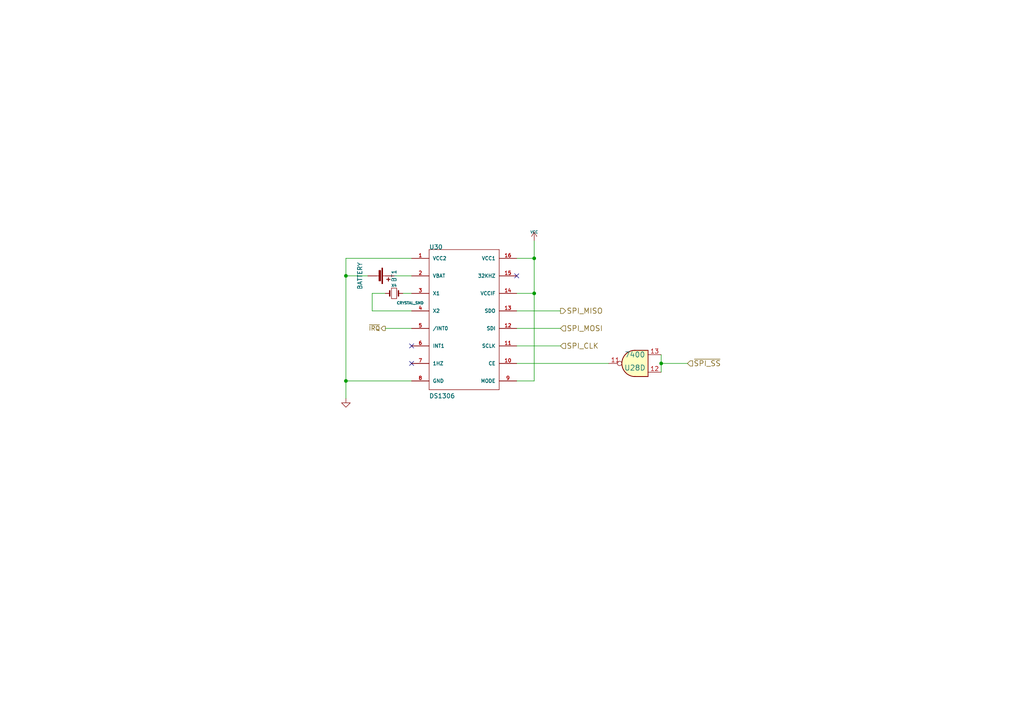
<source format=kicad_sch>
(kicad_sch (version 20230121) (generator eeschema)
  (paper "A4")
  (lib_symbols
    (symbol "power:GND" (power) (pin_names (offset 0))
      (property "Value" "GND" (at 0 -3.81 0))
      (symbol "GND_0_1"
        (polyline (pts (xy 0 0) (xy 0 -1.27) (xy 1.27 -1.27) (xy 0 -2.54) (xy -1.27 -1.27) (xy 0 -1.27)))
      )
      (symbol "GND_1_1"
        (pin power_in line (at 0 0 270) (length 0) hide (name "GND") (number "1"))
      )
    )
    (symbol "power:VCC" (power) (pin_names (offset 0))
      (property "Value" "VCC" (at 0 3.81 0))
      (symbol "VCC_0_1"
        (polyline (pts (xy -0.762 1.27) (xy 0 2.54)))
        (polyline (pts (xy 0 0) (xy 0 2.54)))
        (polyline (pts (xy 0 2.54) (xy 0.762 1.27)))
      )
      (symbol "VCC_1_1"
        (pin power_in line (at 0 0 90) (length 0) hide (name "VCC") (number "1"))
      )
    )
    (symbol "steckschwein:7400" (pin_names (offset 1.016))
      (property "Reference" "U28" (at 0 1.27 0))
      (property "Value" "7400" (at 0 -2.54 0))
      (symbol "7400_1_1"
        (arc (start 0 -3.81) (mid 3.7934 0) (end 0 3.81) (stroke (width 0.254)) (fill (type background)))
        (polyline (pts (xy 0 3.81) (xy -3.81 3.81) (xy -3.81 -3.81) (xy 0 -3.81)) (stroke (width 0.254)) (fill (type background)))
        (pin input line (at -7.62 2.54 0) (length 3.81) (name "~") (number "1"))
        (pin input line (at -7.62 -2.54 0) (length 3.81) (name "~") (number "2"))
        (pin output inverted (at 7.62 0 180) (length 3.81) (name "~") (number "3"))
      )
      (symbol "7400_1_2"
        (arc (start -3.81 -3.81) (mid -2.589 0) (end -3.81 3.81) (stroke (width 0.254)))
        (arc (start -0.6096 -3.81) (mid 2.1842 -2.5851) (end 3.81 0) (stroke (width 0.254)) (fill (type background)))
        (polyline (pts (xy -3.81 -3.81) (xy -0.635 -3.81)) (stroke (width 0.254)) (fill (type background)))
        (polyline (pts (xy -3.81 3.81) (xy -0.635 3.81)) (stroke (width 0.254)) (fill (type background)))
        (polyline (pts (xy -0.635 3.81) (xy -3.81 3.81) (xy -3.81 3.81) (xy -3.556 3.4036) (xy -3.0226 2.2606) (xy -2.6924 1.0414) (xy -2.6162 -0.254) (xy -2.7686 -1.4986) (xy -3.175 -2.7178) (xy -3.81 -3.81) (xy -3.81 -3.81) (xy -0.635 -3.81)) (stroke (width -25.4)) (fill (type background)))
        (arc (start 3.81 0) (mid 2.1915 2.5936) (end -0.6096 3.81) (stroke (width 0.254)) (fill (type background)))
        (pin input inverted (at -7.62 2.54 0) (length 4.318) (name "~") (number "1"))
        (pin input inverted (at -7.62 -2.54 0) (length 4.318) (name "~") (number "2"))
        (pin output line (at 7.62 0 180) (length 3.81) (name "~") (number "3"))
      )
      (symbol "7400_2_1"
        (arc (start 0 -3.81) (mid 3.7934 0) (end 0 3.81) (stroke (width 0.254)) (fill (type background)))
        (polyline (pts (xy 0 3.81) (xy -3.81 3.81) (xy -3.81 -3.81) (xy 0 -3.81)) (stroke (width 0.254)) (fill (type background)))
        (pin input line (at -7.62 2.54 0) (length 3.81) (name "~") (number "4"))
        (pin input line (at -7.62 -2.54 0) (length 3.81) (name "~") (number "5"))
        (pin output inverted (at 7.62 0 180) (length 3.81) (name "~") (number "6"))
      )
      (symbol "7400_2_2"
        (arc (start -3.81 -3.81) (mid -2.589 0) (end -3.81 3.81) (stroke (width 0.254)))
        (arc (start -0.6096 -3.81) (mid 2.1842 -2.5851) (end 3.81 0) (stroke (width 0.254)) (fill (type background)))
        (polyline (pts (xy -3.81 -3.81) (xy -0.635 -3.81)) (stroke (width 0.254)) (fill (type background)))
        (polyline (pts (xy -3.81 3.81) (xy -0.635 3.81)) (stroke (width 0.254)) (fill (type background)))
        (polyline (pts (xy -0.635 3.81) (xy -3.81 3.81) (xy -3.81 3.81) (xy -3.556 3.4036) (xy -3.0226 2.2606) (xy -2.6924 1.0414) (xy -2.6162 -0.254) (xy -2.7686 -1.4986) (xy -3.175 -2.7178) (xy -3.81 -3.81) (xy -3.81 -3.81) (xy -0.635 -3.81)) (stroke (width -25.4)) (fill (type background)))
        (arc (start 3.81 0) (mid 2.1915 2.5936) (end -0.6096 3.81) (stroke (width 0.254)) (fill (type background)))
        (pin input inverted (at -7.62 2.54 0) (length 4.318) (name "~") (number "4"))
        (pin input inverted (at -7.62 -2.54 0) (length 4.318) (name "~") (number "5"))
        (pin output line (at 7.62 0 180) (length 3.81) (name "~") (number "6"))
      )
      (symbol "7400_3_1"
        (arc (start 0 -3.81) (mid 3.7934 0) (end 0 3.81) (stroke (width 0.254)) (fill (type background)))
        (polyline (pts (xy 0 3.81) (xy -3.81 3.81) (xy -3.81 -3.81) (xy 0 -3.81)) (stroke (width 0.254)) (fill (type background)))
        (pin input line (at -7.62 -2.54 0) (length 3.81) (name "~") (number "10"))
        (pin output inverted (at 7.62 0 180) (length 3.81) (name "~") (number "8"))
        (pin input line (at -7.62 2.54 0) (length 3.81) (name "~") (number "9"))
      )
      (symbol "7400_3_2"
        (arc (start -3.81 -3.81) (mid -2.589 0) (end -3.81 3.81) (stroke (width 0.254)))
        (arc (start -0.6096 -3.81) (mid 2.1842 -2.5851) (end 3.81 0) (stroke (width 0.254)) (fill (type background)))
        (polyline (pts (xy -3.81 -3.81) (xy -0.635 -3.81)) (stroke (width 0.254)) (fill (type background)))
        (polyline (pts (xy -3.81 3.81) (xy -0.635 3.81)) (stroke (width 0.254)) (fill (type background)))
        (polyline (pts (xy -0.635 3.81) (xy -3.81 3.81) (xy -3.81 3.81) (xy -3.556 3.4036) (xy -3.0226 2.2606) (xy -2.6924 1.0414) (xy -2.6162 -0.254) (xy -2.7686 -1.4986) (xy -3.175 -2.7178) (xy -3.81 -3.81) (xy -3.81 -3.81) (xy -0.635 -3.81)) (stroke (width -25.4)) (fill (type background)))
        (arc (start 3.81 0) (mid 2.1915 2.5936) (end -0.6096 3.81) (stroke (width 0.254)) (fill (type background)))
        (pin input inverted (at -7.62 -2.54 0) (length 4.318) (name "~") (number "10"))
        (pin output line (at 7.62 0 180) (length 3.81) (name "~") (number "8"))
        (pin input inverted (at -7.62 2.54 0) (length 4.318) (name "~") (number "9"))
      )
      (symbol "7400_4_1"
        (arc (start 0 -3.81) (mid 3.7934 0) (end 0 3.81) (stroke (width 0.254)) (fill (type background)))
        (polyline (pts (xy 0 3.81) (xy -3.81 3.81) (xy -3.81 -3.81) (xy 0 -3.81)) (stroke (width 0.254)) (fill (type background)))
        (pin output inverted (at 7.62 0 180) (length 3.81) (name "~") (number "11"))
        (pin input line (at -7.62 2.54 0) (length 3.81) (name "~") (number "12"))
        (pin input line (at -7.62 -2.54 0) (length 3.81) (name "~") (number "13"))
      )
      (symbol "7400_4_2"
        (arc (start -3.81 -3.81) (mid -2.589 0) (end -3.81 3.81) (stroke (width 0.254)))
        (arc (start -0.6096 -3.81) (mid 2.1842 -2.5851) (end 3.81 0) (stroke (width 0.254)) (fill (type background)))
        (polyline (pts (xy -3.81 -3.81) (xy -0.635 -3.81)) (stroke (width 0.254)) (fill (type background)))
        (polyline (pts (xy -3.81 3.81) (xy -0.635 3.81)) (stroke (width 0.254)) (fill (type background)))
        (polyline (pts (xy -0.635 3.81) (xy -3.81 3.81) (xy -3.81 3.81) (xy -3.556 3.4036) (xy -3.0226 2.2606) (xy -2.6924 1.0414) (xy -2.6162 -0.254) (xy -2.7686 -1.4986) (xy -3.175 -2.7178) (xy -3.81 -3.81) (xy -3.81 -3.81) (xy -0.635 -3.81)) (stroke (width -25.4)) (fill (type background)))
        (arc (start 3.81 0) (mid 2.1915 2.5936) (end -0.6096 3.81) (stroke (width 0.254)) (fill (type background)))
        (pin output line (at 7.62 0 180) (length 3.81) (name "~") (number "11"))
        (pin input inverted (at -7.62 2.54 0) (length 4.318) (name "~") (number "12"))
        (pin input inverted (at -7.62 -2.54 0) (length 4.318) (name "~") (number "13"))
      )
      (symbol "7400_5_0"
        (pin power_in line (at 0 12.7 270) (length 5.08) (name "VCC") (number "14"))
        (pin power_in line (at 0 -12.7 90) (length 5.08) (name "GND") (number "7"))
      )
      (symbol "7400_5_1"
        (rectangle (start -5.08 7.62) (end 5.08 -7.62) (stroke (width 0.254)) (fill (type background)))
      )
    )
    (symbol "steckschwein:Battery_Cell" (pin_numbers hide) (pin_names (offset 0) hide)
      (property "Reference" "BT1" (at 0 5.08 0))
      (property "Value" "BATTERY" (at 0 -4.826 0))
      (symbol "Battery_Cell_0_1"
        (rectangle (start -2.286 1.778) (end 2.286 1.524) (fill (type outline)))
        (rectangle (start -1.5748 1.1938) (end 1.4732 0.6858) (fill (type outline)))
        (polyline (pts (xy 0 0.762) (xy 0 0)))
        (polyline (pts (xy 0 1.778) (xy 0 2.54)))
        (polyline (pts (xy 0.508 3.429) (xy 1.524 3.429)) (stroke (width 0.254)))
        (polyline (pts (xy 1.016 3.937) (xy 1.016 2.921)) (stroke (width 0.254)))
      )
      (symbol "Battery_Cell_1_1"
        (pin passive line (at 0 5.08 270) (length 2.54) (name "+") (number "1"))
        (pin passive line (at 0 -2.54 90) (length 2.54) (name "-") (number "2"))
      )
    )
    (symbol "steckschwein:Crystal_Small" (pin_numbers hide) (pin_names (offset 1.016) hide)
      (property "Reference" "Y1" (at 0 2.54 0))
      (property "Value" "21,443Mhz" (at 0 -2.54 0))
      (symbol "Crystal_Small_0_1"
        (rectangle (start -0.762 -1.524) (end 0.762 1.524))
        (polyline (pts (xy -1.27 -0.762) (xy -1.27 0.762)) (stroke (width 0.381)))
        (polyline (pts (xy 1.27 -0.762) (xy 1.27 0.762)) (stroke (width 0.381)))
      )
      (symbol "Crystal_Small_1_1"
        (pin passive line (at -2.54 0 0) (length 1.27) (name "1") (number "1"))
        (pin passive line (at 2.54 0 180) (length 1.27) (name "2") (number "2"))
      )
    )
    (symbol "steckschwein:DS1306" (pin_names (offset 1.016))
      (property "Reference" "U30" (at -10.16 20.32 0))
      (property "Value" "DS1306" (at -10.16 -22.86 0))
      (symbol "DS1306_1_0"
        (polyline (pts (xy -10.16 -20.32) (xy 10.16 -20.32)))
        (polyline (pts (xy -10.16 20.32) (xy -10.16 -20.32)))
        (polyline (pts (xy 10.16 -20.32) (xy 10.16 20.32)))
        (polyline (pts (xy 10.16 20.32) (xy -10.16 20.32)))
      )
      (symbol "DS1306_1_1"
        (pin power_in line (at -15.24 17.78 0) (length 5.08) (name "VCC2") (number "1"))
        (pin input line (at 15.24 -12.7 180) (length 5.08) (name "CE") (number "10"))
        (pin input line (at 15.24 -7.62 180) (length 5.08) (name "SCLK") (number "11"))
        (pin input line (at 15.24 -2.54 180) (length 5.08) (name "SDI") (number "12"))
        (pin output line (at 15.24 2.54 180) (length 5.08) (name "SDO") (number "13"))
        (pin power_in line (at 15.24 7.62 180) (length 5.08) (name "VCCIF") (number "14"))
        (pin output line (at 15.24 12.7 180) (length 5.08) (name "32KHZ") (number "15"))
        (pin power_in line (at 15.24 17.78 180) (length 5.08) (name "VCC1") (number "16"))
        (pin power_in line (at -15.24 12.7 0) (length 5.08) (name "VBAT") (number "2"))
        (pin input line (at -15.24 7.62 0) (length 5.08) (name "X1") (number "3"))
        (pin output line (at -15.24 2.54 0) (length 5.08) (name "X2") (number "4"))
        (pin open_collector line (at -15.24 -2.54 0) (length 5.08) (name "/INT0") (number "5"))
        (pin output line (at -15.24 -7.62 0) (length 5.08) (name "INT1") (number "6"))
        (pin output line (at -15.24 -12.7 0) (length 5.08) (name "1HZ") (number "7"))
        (pin power_in line (at -15.24 -17.78 0) (length 5.08) (name "GND") (number "8"))
        (pin input line (at 15.24 -17.78 180) (length 5.08) (name "MODE") (number "9"))
      )
    )
  )
  (junction (at 191.77 105.41))
  (junction (at 154.94 74.93))
  (junction (at 100.33 80.01))
  (junction (at 100.33 110.49))
  (junction (at 154.94 85.09))
  (no_connect (at 119.38 100.33))
  (no_connect (at 149.86 80.01))
  (no_connect (at 119.38 105.41))
  (wire (pts (xy 100.33 80.01) (xy 100.33 110.49)))
  (wire (pts (xy 107.95 90.17) (xy 107.95 85.09)))
  (wire (pts (xy 154.94 74.93) (xy 154.94 85.09)))
  (wire (pts (xy 191.77 105.41) (xy 191.77 107.95)))
  (wire (pts (xy 100.33 110.49) (xy 119.38 110.49)))
  (wire (pts (xy 107.95 85.09) (xy 111.76 85.09)))
  (wire (pts (xy 149.86 105.41) (xy 176.53 105.41)))
  (wire (pts (xy 154.94 85.09) (xy 149.86 85.09)))
  (wire (pts (xy 149.86 95.25) (xy 162.56 95.25)))
  (wire (pts (xy 149.86 100.33) (xy 162.56 100.33)))
  (wire (pts (xy 100.33 80.01) (xy 106.68 80.01)))
  (wire (pts (xy 116.84 85.09) (xy 119.38 85.09)))
  (wire (pts (xy 100.33 74.93) (xy 119.38 74.93)))
  (wire (pts (xy 154.94 110.49) (xy 149.86 110.49)))
  (wire (pts (xy 191.77 105.41) (xy 199.39 105.41)))
  (wire (pts (xy 154.94 69.85) (xy 154.94 74.93)))
  (wire (pts (xy 100.33 110.49) (xy 100.33 115.57)))
  (wire (pts (xy 100.33 74.93) (xy 100.33 80.01)))
  (wire (pts (xy 149.86 90.17) (xy 162.56 90.17)))
  (wire (pts (xy 119.38 90.17) (xy 107.95 90.17)))
  (wire (pts (xy 114.3 80.01) (xy 119.38 80.01)))
  (wire (pts (xy 154.94 85.09) (xy 154.94 110.49)))
  (wire (pts (xy 191.77 102.87) (xy 191.77 105.41)))
  (wire (pts (xy 149.86 74.93) (xy 154.94 74.93)))
  (wire (pts (xy 111.76 95.25) (xy 119.38 95.25)))
  (hierarchical_label "~{SPI_SS}" (shape input) (at 199.39 105.41 0) (effects (font (size 1.524 1.524))))
  (hierarchical_label "~{IRQ}" (shape output) (at 111.76 95.25 180))
  (hierarchical_label "SPI_CLK" (shape input) (at 162.56 100.33 0) (effects (font (size 1.524 1.524))))
  (hierarchical_label "SPI_MISO" (shape output) (at 162.56 90.17 0) (effects (font (size 1.524 1.524))))
  (hierarchical_label "SPI_MOSI" (shape input) (at 162.56 95.25 0) (effects (font (size 1.524 1.524))))
  (symbol (lib_id "steckschwein:DS1306") (at 134.62 92.71 0) (unit 1)
    (property "Reference" "U30" (at 124.46 72.39 0) (effects (justify left bottom)))
    (property "Value" "DS1306" (at 124.46 115.57 0) (effects (justify left bottom)))
    (property "Footprint" "Package_DIP:DIP-16_W7.62mm_LongPads" (effects hide))
    (instances (project "sbc" (path "" (reference "U30") (unit 1))) (project "io" (path "" (reference "U7") (unit 1))))
  )
  (symbol (lib_id "power:GND") (at 100.33 115.57 0) (unit 1)
    (property "Reference" "#PWR072" (effects hide))
    (property "Value" "GND" (effects hide))
    (instances (project "sbc" (path "" (reference "#PWR072") (unit 1))) (project "io" (path "" (reference "#PWR037") (unit 1))))
  )
  (symbol (lib_id "power:VCC") (at 154.94 69.85 0) (unit 1)
    (property "Reference" "#PWR073" (effects hide))
    (property "Value" "VCC" (at 154.94 67.31 0) (effects (font (size 0.762 0.762))))
    (instances (project "sbc" (path "" (reference "#PWR073") (unit 1))) (project "io" (path "" (reference "#PWR039") (unit 1))))
  )
  (symbol (lib_id "steckschwein:Battery_Cell") (at 109.22 80.01 270) (unit 1)
    (property "Reference" "BT1" (at 114.3 80.01 0))
    (property "Value" "BATTERY" (at 104.394 80.01 0))
    (property "Footprint" "Battery:BatteryHolder_Keystone_103_1x20mm" (effects hide))
  )
  (symbol (lib_id "steckschwein:7400") (at 184.15 105.41 180) (unit 4)
    (property "Reference" "U28" (at 184.15 106.68 0) (effects (font (size 1.524 1.524))))
    (property "Value" "7400" (at 184.15 102.87 0) (effects (font (size 1.524 1.524))))
    (property "Footprint" "Package_DIP:DIP-14_W7.62mm_LongPads" (effects hide))
    (property "Datasheet" "http://www.ti.com/lit/gpn/sn7400" (effects hide))
    (instances (project "sbc" (path "" (reference "U28") (unit 4))) (project "io" (path "" (reference "U2") (unit 4))))
  )
  (symbol (lib_id "steckschwein:Crystal_Small") (at 114.3 85.09 0) (unit 1)
    (property "Reference" "X4" (at 114.3 82.804 0) (effects (font (size 0.762 0.762))))
    (property "Value" "CRYSTAL_SMD" (at 115.062 87.884 0) (effects (font (size 0.762 0.762)) (justify left)))
    (property "Footprint" "Crystal:Crystal_HC49-U_Vertical" (effects hide))
    (instances (project "sbc" (path "" (reference "X4") (unit 1))) (project "io" (path "" (reference "X1") (unit 1))))
  )
)
</source>
